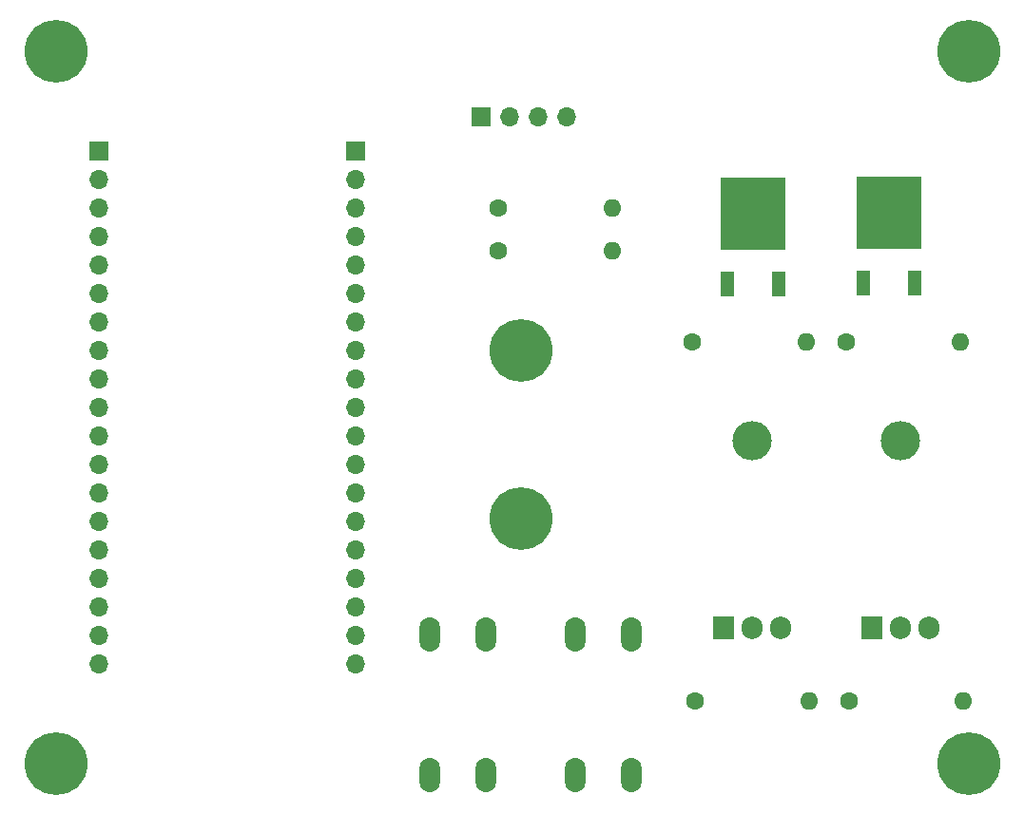
<source format=gbr>
%TF.GenerationSoftware,KiCad,Pcbnew,(6.0.7)*%
%TF.CreationDate,2022-08-09T22:59:13-05:00*%
%TF.ProjectId,garage-door_opener,67617261-6765-42d6-946f-6f725f6f7065,rev?*%
%TF.SameCoordinates,Original*%
%TF.FileFunction,Soldermask,Top*%
%TF.FilePolarity,Negative*%
%FSLAX46Y46*%
G04 Gerber Fmt 4.6, Leading zero omitted, Abs format (unit mm)*
G04 Created by KiCad (PCBNEW (6.0.7)) date 2022-08-09 22:59:13*
%MOMM*%
%LPD*%
G01*
G04 APERTURE LIST*
%ADD10C,3.600000*%
%ADD11C,5.600000*%
%ADD12O,1.850000X3.048000*%
%ADD13C,1.600000*%
%ADD14O,1.600000X1.600000*%
%ADD15R,1.700000X1.700000*%
%ADD16O,1.700000X1.700000*%
%ADD17R,1.200000X2.200000*%
%ADD18R,5.800000X6.400000*%
%ADD19O,3.500000X3.500000*%
%ADD20R,1.905000X2.000000*%
%ADD21O,1.905000X2.000000*%
G04 APERTURE END LIST*
D10*
%TO.C,H2*%
X172212000Y-83566000D03*
D11*
X172212000Y-83566000D03*
%TD*%
D12*
%TO.C,SW1*%
X164084000Y-93926000D03*
X164084000Y-106426000D03*
X169084000Y-106426000D03*
X169084000Y-93926000D03*
%TD*%
D13*
%TO.C,R2*%
X170180000Y-59690000D03*
D14*
X180340000Y-59690000D03*
%TD*%
D15*
%TO.C,J2*%
X157480000Y-50800000D03*
D16*
X157480000Y-53340000D03*
X157480000Y-55880000D03*
X157480000Y-58420000D03*
X157480000Y-60960000D03*
X157480000Y-63500000D03*
X157480000Y-66040000D03*
X157480000Y-68580000D03*
X157480000Y-71120000D03*
X157480000Y-73660000D03*
X157480000Y-76200000D03*
X157480000Y-78740000D03*
X157480000Y-81280000D03*
X157480000Y-83820000D03*
X157480000Y-86360000D03*
X157480000Y-88900000D03*
X157480000Y-91440000D03*
X157480000Y-93980000D03*
X157480000Y-96520000D03*
%TD*%
D13*
%TO.C,R1*%
X170180000Y-55880000D03*
D14*
X180340000Y-55880000D03*
%TD*%
D11*
%TO.C,REF\u002A\u002A*%
X212090000Y-41910000D03*
D10*
X212090000Y-41910000D03*
%TD*%
D15*
%TO.C,J3*%
X168656000Y-47752000D03*
D16*
X171196000Y-47752000D03*
X173736000Y-47752000D03*
X176276000Y-47752000D03*
%TD*%
D12*
%TO.C,SW2*%
X177038000Y-106426000D03*
X177038000Y-93926000D03*
X182038000Y-106426000D03*
X182038000Y-93926000D03*
%TD*%
D13*
%TO.C,R5*%
X187706000Y-99822000D03*
D14*
X197866000Y-99822000D03*
%TD*%
D11*
%TO.C,mnt*%
X212090000Y-105410000D03*
D10*
X212090000Y-105410000D03*
%TD*%
D13*
%TO.C,R4*%
X201168000Y-67818000D03*
D14*
X211328000Y-67818000D03*
%TD*%
D17*
%TO.C,Q3*%
X190630000Y-62692000D03*
D18*
X192910000Y-56392000D03*
D17*
X195190000Y-62692000D03*
%TD*%
D19*
%TO.C,Q1*%
X192786000Y-76644000D03*
D20*
X190246000Y-93304000D03*
D21*
X192786000Y-93304000D03*
X195326000Y-93304000D03*
%TD*%
D13*
%TO.C,R6*%
X201422000Y-99822000D03*
D14*
X211582000Y-99822000D03*
%TD*%
D13*
%TO.C,R3*%
X187452000Y-67818000D03*
D14*
X197612000Y-67818000D03*
%TD*%
D11*
%TO.C,H1*%
X172212000Y-68580000D03*
D10*
X172212000Y-68580000D03*
%TD*%
D17*
%TO.C,Q4*%
X202698000Y-62620000D03*
D18*
X204978000Y-56320000D03*
D17*
X207258000Y-62620000D03*
%TD*%
D11*
%TO.C,mnt*%
X130810000Y-105410000D03*
D10*
X130810000Y-105410000D03*
%TD*%
D19*
%TO.C,Q2*%
X205994000Y-76644000D03*
D20*
X203454000Y-93304000D03*
D21*
X205994000Y-93304000D03*
X208534000Y-93304000D03*
%TD*%
D11*
%TO.C,REF\u002A\u002A*%
X130810000Y-41910000D03*
D10*
X130810000Y-41910000D03*
%TD*%
D15*
%TO.C,J1*%
X134620000Y-50800000D03*
D16*
X134620000Y-53340000D03*
X134620000Y-55880000D03*
X134620000Y-58420000D03*
X134620000Y-60960000D03*
X134620000Y-63500000D03*
X134620000Y-66040000D03*
X134620000Y-68580000D03*
X134620000Y-71120000D03*
X134620000Y-73660000D03*
X134620000Y-76200000D03*
X134620000Y-78740000D03*
X134620000Y-81280000D03*
X134620000Y-83820000D03*
X134620000Y-86360000D03*
X134620000Y-88900000D03*
X134620000Y-91440000D03*
X134620000Y-93980000D03*
X134620000Y-96520000D03*
%TD*%
M02*

</source>
